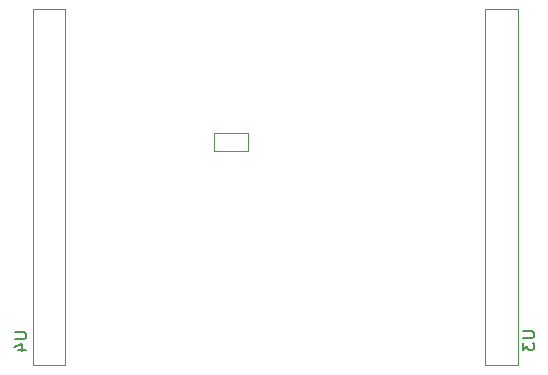
<source format=gbr>
%TF.GenerationSoftware,KiCad,Pcbnew,(5.1.9)-1*%
%TF.CreationDate,2021-07-20T08:15:42+01:00*%
%TF.ProjectId,romboard,726f6d62-6f61-4726-942e-6b696361645f,rev?*%
%TF.SameCoordinates,Original*%
%TF.FileFunction,Legend,Bot*%
%TF.FilePolarity,Positive*%
%FSLAX46Y46*%
G04 Gerber Fmt 4.6, Leading zero omitted, Abs format (unit mm)*
G04 Created by KiCad (PCBNEW (5.1.9)-1) date 2021-07-20 08:15:42*
%MOMM*%
%LPD*%
G01*
G04 APERTURE LIST*
%ADD10C,0.120000*%
%ADD11C,0.150000*%
G04 APERTURE END LIST*
D10*
%TO.C,U4*%
X115139120Y-77962540D02*
X115139120Y-79512540D01*
X112239120Y-77962540D02*
X112239120Y-79512540D01*
X115139120Y-77962540D02*
X112239120Y-77962540D01*
X115139120Y-79512540D02*
X112239120Y-79512540D01*
X96939120Y-67512540D02*
X99639120Y-67512540D01*
X96889120Y-97662540D02*
X96939120Y-67512540D01*
X99639120Y-97662540D02*
X96889120Y-97662540D01*
X99639120Y-67512540D02*
X99639120Y-97662540D01*
%TO.C,U3*%
X135199120Y-67492540D02*
X137949120Y-67492540D01*
X135149120Y-97592540D02*
X135199120Y-67492540D01*
X137949120Y-97592540D02*
X135149120Y-97592540D01*
X137949120Y-67492540D02*
X137949120Y-97592540D01*
%TO.C,U4*%
D11*
X95341500Y-94850635D02*
X96151024Y-94850635D01*
X96246262Y-94898254D01*
X96293881Y-94945873D01*
X96341500Y-95041111D01*
X96341500Y-95231587D01*
X96293881Y-95326825D01*
X96246262Y-95374444D01*
X96151024Y-95422063D01*
X95341500Y-95422063D01*
X95674834Y-96326825D02*
X96341500Y-96326825D01*
X95293881Y-96088730D02*
X96008167Y-95850635D01*
X96008167Y-96469682D01*
%TO.C,U3*%
X138351500Y-94780635D02*
X139161024Y-94780635D01*
X139256262Y-94828254D01*
X139303881Y-94875873D01*
X139351500Y-94971111D01*
X139351500Y-95161587D01*
X139303881Y-95256825D01*
X139256262Y-95304444D01*
X139161024Y-95352063D01*
X138351500Y-95352063D01*
X138351500Y-95733016D02*
X138351500Y-96352063D01*
X138732453Y-96018730D01*
X138732453Y-96161587D01*
X138780072Y-96256825D01*
X138827691Y-96304444D01*
X138922929Y-96352063D01*
X139161024Y-96352063D01*
X139256262Y-96304444D01*
X139303881Y-96256825D01*
X139351500Y-96161587D01*
X139351500Y-95875873D01*
X139303881Y-95780635D01*
X139256262Y-95733016D01*
%TD*%
M02*

</source>
